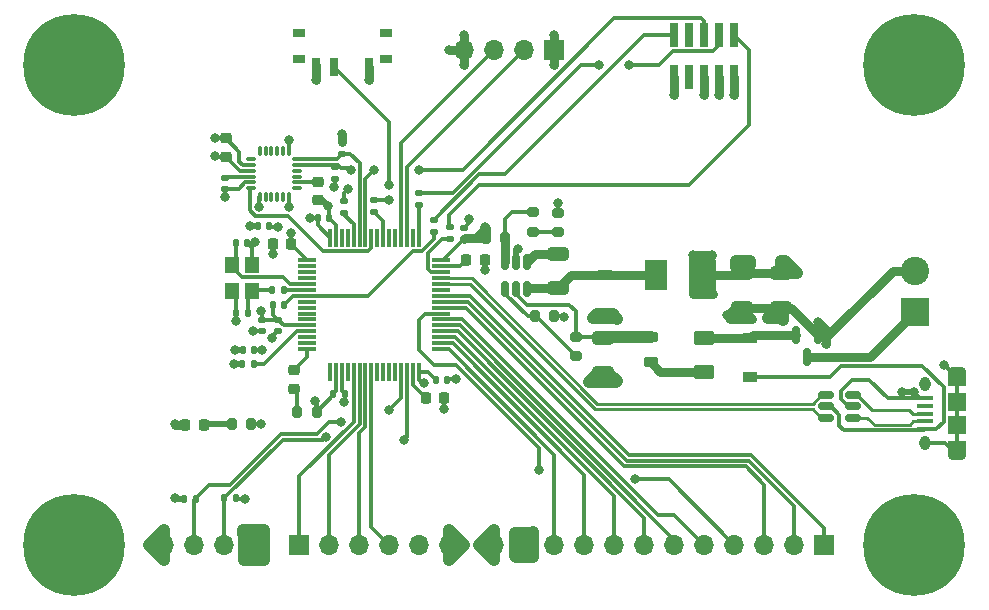
<source format=gbr>
%TF.GenerationSoftware,KiCad,Pcbnew,(6.0.6)*%
%TF.CreationDate,2023-08-27T23:28:48-04:00*%
%TF.ProjectId,STM32,53544d33-322e-46b6-9963-61645f706362,rev?*%
%TF.SameCoordinates,Original*%
%TF.FileFunction,Copper,L1,Top*%
%TF.FilePolarity,Positive*%
%FSLAX46Y46*%
G04 Gerber Fmt 4.6, Leading zero omitted, Abs format (unit mm)*
G04 Created by KiCad (PCBNEW (6.0.6)) date 2023-08-27 23:28:48*
%MOMM*%
%LPD*%
G01*
G04 APERTURE LIST*
G04 Aperture macros list*
%AMRoundRect*
0 Rectangle with rounded corners*
0 $1 Rounding radius*
0 $2 $3 $4 $5 $6 $7 $8 $9 X,Y pos of 4 corners*
0 Add a 4 corners polygon primitive as box body*
4,1,4,$2,$3,$4,$5,$6,$7,$8,$9,$2,$3,0*
0 Add four circle primitives for the rounded corners*
1,1,$1+$1,$2,$3*
1,1,$1+$1,$4,$5*
1,1,$1+$1,$6,$7*
1,1,$1+$1,$8,$9*
0 Add four rect primitives between the rounded corners*
20,1,$1+$1,$2,$3,$4,$5,0*
20,1,$1+$1,$4,$5,$6,$7,0*
20,1,$1+$1,$6,$7,$8,$9,0*
20,1,$1+$1,$8,$9,$2,$3,0*%
G04 Aperture macros list end*
%TA.AperFunction,SMDPad,CuDef*%
%ADD10RoundRect,0.200000X0.275000X-0.200000X0.275000X0.200000X-0.275000X0.200000X-0.275000X-0.200000X0*%
%TD*%
%TA.AperFunction,SMDPad,CuDef*%
%ADD11R,0.750000X2.100000*%
%TD*%
%TA.AperFunction,SMDPad,CuDef*%
%ADD12R,1.900000X2.500000*%
%TD*%
%TA.AperFunction,ComponentPad*%
%ADD13R,1.700000X1.700000*%
%TD*%
%TA.AperFunction,ComponentPad*%
%ADD14O,1.700000X1.700000*%
%TD*%
%TA.AperFunction,SMDPad,CuDef*%
%ADD15R,1.200000X1.400000*%
%TD*%
%TA.AperFunction,SMDPad,CuDef*%
%ADD16RoundRect,0.135000X0.185000X-0.135000X0.185000X0.135000X-0.185000X0.135000X-0.185000X-0.135000X0*%
%TD*%
%TA.AperFunction,SMDPad,CuDef*%
%ADD17RoundRect,0.135000X-0.135000X-0.185000X0.135000X-0.185000X0.135000X0.185000X-0.135000X0.185000X0*%
%TD*%
%TA.AperFunction,SMDPad,CuDef*%
%ADD18RoundRect,0.140000X0.170000X-0.140000X0.170000X0.140000X-0.170000X0.140000X-0.170000X-0.140000X0*%
%TD*%
%TA.AperFunction,SMDPad,CuDef*%
%ADD19R,1.000000X0.800000*%
%TD*%
%TA.AperFunction,SMDPad,CuDef*%
%ADD20R,0.700000X1.500000*%
%TD*%
%TA.AperFunction,SMDPad,CuDef*%
%ADD21RoundRect,0.225000X0.225000X0.250000X-0.225000X0.250000X-0.225000X-0.250000X0.225000X-0.250000X0*%
%TD*%
%TA.AperFunction,ComponentPad*%
%ADD22R,2.400000X2.400000*%
%TD*%
%TA.AperFunction,ComponentPad*%
%ADD23C,2.400000*%
%TD*%
%TA.AperFunction,SMDPad,CuDef*%
%ADD24RoundRect,0.200000X-0.200000X-0.275000X0.200000X-0.275000X0.200000X0.275000X-0.200000X0.275000X0*%
%TD*%
%TA.AperFunction,SMDPad,CuDef*%
%ADD25RoundRect,0.075000X-0.700000X-0.075000X0.700000X-0.075000X0.700000X0.075000X-0.700000X0.075000X0*%
%TD*%
%TA.AperFunction,SMDPad,CuDef*%
%ADD26RoundRect,0.075000X-0.075000X-0.700000X0.075000X-0.700000X0.075000X0.700000X-0.075000X0.700000X0*%
%TD*%
%TA.AperFunction,SMDPad,CuDef*%
%ADD27RoundRect,0.218750X0.256250X-0.218750X0.256250X0.218750X-0.256250X0.218750X-0.256250X-0.218750X0*%
%TD*%
%TA.AperFunction,SMDPad,CuDef*%
%ADD28RoundRect,0.140000X-0.140000X-0.170000X0.140000X-0.170000X0.140000X0.170000X-0.140000X0.170000X0*%
%TD*%
%TA.AperFunction,SMDPad,CuDef*%
%ADD29R,1.200000X0.900000*%
%TD*%
%TA.AperFunction,SMDPad,CuDef*%
%ADD30RoundRect,0.200000X-0.275000X0.200000X-0.275000X-0.200000X0.275000X-0.200000X0.275000X0.200000X0*%
%TD*%
%TA.AperFunction,SMDPad,CuDef*%
%ADD31RoundRect,0.135000X-0.185000X0.135000X-0.185000X-0.135000X0.185000X-0.135000X0.185000X0.135000X0*%
%TD*%
%TA.AperFunction,SMDPad,CuDef*%
%ADD32RoundRect,0.150000X-0.150000X0.512500X-0.150000X-0.512500X0.150000X-0.512500X0.150000X0.512500X0*%
%TD*%
%TA.AperFunction,SMDPad,CuDef*%
%ADD33RoundRect,0.250000X-0.625000X0.375000X-0.625000X-0.375000X0.625000X-0.375000X0.625000X0.375000X0*%
%TD*%
%TA.AperFunction,SMDPad,CuDef*%
%ADD34RoundRect,0.135000X0.135000X0.185000X-0.135000X0.185000X-0.135000X-0.185000X0.135000X-0.185000X0*%
%TD*%
%TA.AperFunction,SMDPad,CuDef*%
%ADD35RoundRect,0.225000X-0.250000X0.225000X-0.250000X-0.225000X0.250000X-0.225000X0.250000X0.225000X0*%
%TD*%
%TA.AperFunction,SMDPad,CuDef*%
%ADD36RoundRect,0.225000X-0.225000X-0.250000X0.225000X-0.250000X0.225000X0.250000X-0.225000X0.250000X0*%
%TD*%
%TA.AperFunction,SMDPad,CuDef*%
%ADD37RoundRect,0.250000X-0.650000X0.325000X-0.650000X-0.325000X0.650000X-0.325000X0.650000X0.325000X0*%
%TD*%
%TA.AperFunction,SMDPad,CuDef*%
%ADD38RoundRect,0.150000X-0.150000X0.587500X-0.150000X-0.587500X0.150000X-0.587500X0.150000X0.587500X0*%
%TD*%
%TA.AperFunction,SMDPad,CuDef*%
%ADD39RoundRect,0.147500X0.147500X0.172500X-0.147500X0.172500X-0.147500X-0.172500X0.147500X-0.172500X0*%
%TD*%
%TA.AperFunction,ComponentPad*%
%ADD40C,0.900000*%
%TD*%
%TA.AperFunction,ComponentPad*%
%ADD41C,8.600000*%
%TD*%
%TA.AperFunction,SMDPad,CuDef*%
%ADD42RoundRect,0.140000X0.140000X0.170000X-0.140000X0.170000X-0.140000X-0.170000X0.140000X-0.170000X0*%
%TD*%
%TA.AperFunction,SMDPad,CuDef*%
%ADD43RoundRect,0.140000X-0.170000X0.140000X-0.170000X-0.140000X0.170000X-0.140000X0.170000X0.140000X0*%
%TD*%
%TA.AperFunction,SMDPad,CuDef*%
%ADD44RoundRect,0.218750X-0.381250X0.218750X-0.381250X-0.218750X0.381250X-0.218750X0.381250X0.218750X0*%
%TD*%
%TA.AperFunction,SMDPad,CuDef*%
%ADD45RoundRect,0.225000X0.250000X-0.225000X0.250000X0.225000X-0.250000X0.225000X-0.250000X-0.225000X0*%
%TD*%
%TA.AperFunction,SMDPad,CuDef*%
%ADD46RoundRect,0.150000X0.512500X0.150000X-0.512500X0.150000X-0.512500X-0.150000X0.512500X-0.150000X0*%
%TD*%
%TA.AperFunction,SMDPad,CuDef*%
%ADD47RoundRect,0.218750X0.218750X0.256250X-0.218750X0.256250X-0.218750X-0.256250X0.218750X-0.256250X0*%
%TD*%
%TA.AperFunction,SMDPad,CuDef*%
%ADD48RoundRect,0.075000X-0.075000X0.350000X-0.075000X-0.350000X0.075000X-0.350000X0.075000X0.350000X0*%
%TD*%
%TA.AperFunction,SMDPad,CuDef*%
%ADD49RoundRect,0.075000X-0.350000X-0.075000X0.350000X-0.075000X0.350000X0.075000X-0.350000X0.075000X0*%
%TD*%
%TA.AperFunction,SMDPad,CuDef*%
%ADD50R,1.350000X0.400000*%
%TD*%
%TA.AperFunction,SMDPad,CuDef*%
%ADD51R,1.550000X1.200000*%
%TD*%
%TA.AperFunction,SMDPad,CuDef*%
%ADD52R,1.550000X1.500000*%
%TD*%
%TA.AperFunction,ComponentPad*%
%ADD53O,0.950000X1.250000*%
%TD*%
%TA.AperFunction,ComponentPad*%
%ADD54O,1.550000X0.890000*%
%TD*%
%TA.AperFunction,ViaPad*%
%ADD55C,0.800000*%
%TD*%
%TA.AperFunction,Conductor*%
%ADD56C,1.000000*%
%TD*%
%TA.AperFunction,Conductor*%
%ADD57C,0.300000*%
%TD*%
%TA.AperFunction,Conductor*%
%ADD58C,0.500000*%
%TD*%
%TA.AperFunction,Conductor*%
%ADD59C,0.750000*%
%TD*%
%TA.AperFunction,Conductor*%
%ADD60C,0.261112*%
%TD*%
G04 APERTURE END LIST*
D10*
%TO.P,R3,1*%
%TO.N,Net-(R2-Pad2)*%
X104452696Y-90402508D03*
%TO.P,R3,2*%
%TO.N,GND*%
X104452696Y-88752508D03*
%TD*%
D11*
%TO.P,J4,1,Pin_1*%
%TO.N,+3.3V*%
X119380000Y-77260000D03*
%TO.P,J4,2,Pin_2*%
%TO.N,Net-(J4-Pad2)*%
X119380000Y-73660000D03*
%TO.P,J4,3,Pin_3*%
%TO.N,GND*%
X118110000Y-77260000D03*
%TO.P,J4,4,Pin_4*%
%TO.N,Net-(J4-Pad4)*%
X118110000Y-73660000D03*
%TO.P,J4,5,Pin_5*%
%TO.N,GND*%
X116840000Y-77260000D03*
%TO.P,J4,6,Pin_6*%
%TO.N,Net-(J4-Pad6)*%
X116840000Y-73660000D03*
%TO.P,J4,7,Pin_7*%
%TO.N,unconnected-(J4-Pad7)*%
X115570000Y-77260000D03*
%TO.P,J4,8,Pin_8*%
%TO.N,unconnected-(J4-Pad8)*%
X115570000Y-73660000D03*
%TO.P,J4,9,Pin_9*%
%TO.N,GND*%
X114300000Y-77260000D03*
%TO.P,J4,10,Pin_10*%
%TO.N,Net-(J4-Pad10)*%
X114300000Y-73660000D03*
%TD*%
D12*
%TO.P,L1,1*%
%TO.N,BUCK_SW*%
X112775503Y-93980000D03*
%TO.P,L1,2*%
%TO.N,+3.3V*%
X116875503Y-93980000D03*
%TD*%
D13*
%TO.P,J6,1,Pin_1*%
%TO.N,GND*%
X104130000Y-74930000D03*
D14*
%TO.P,J6,2,Pin_2*%
%TO.N,UART3_TX*%
X101590000Y-74930000D03*
%TO.P,J6,3,Pin_3*%
%TO.N,UART3_RX*%
X99050000Y-74930000D03*
%TO.P,J6,4,Pin_4*%
%TO.N,+3.3V*%
X96510000Y-74930000D03*
%TD*%
D15*
%TO.P,Crystal1,1,1*%
%TO.N,/HSE_IN*%
X76817265Y-93122981D03*
%TO.P,Crystal1,2,2*%
%TO.N,GND*%
X76817265Y-95322981D03*
%TO.P,Crystal1,3,3*%
%TO.N,Net-(C14-Pad1)*%
X78517265Y-95322981D03*
%TO.P,Crystal1,4,4*%
%TO.N,GND*%
X78517265Y-93122981D03*
%TD*%
D16*
%TO.P,R12,1*%
%TO.N,I2C1_SDA*%
X86131664Y-83775939D03*
%TO.P,R12,2*%
%TO.N,+3.3V*%
X86131664Y-82755939D03*
%TD*%
D17*
%TO.P,R16,1*%
%TO.N,Net-(C14-Pad1)*%
X80234611Y-95309226D03*
%TO.P,R16,2*%
%TO.N,/HSE_OUT*%
X81254611Y-95309226D03*
%TD*%
D18*
%TO.P,C17,1*%
%TO.N,+3.3V*%
X96520000Y-90949667D03*
%TO.P,C17,2*%
%TO.N,GND*%
X96520000Y-89989667D03*
%TD*%
D19*
%TO.P,SW1,*%
%TO.N,*%
X82561308Y-75710000D03*
X89861308Y-75710000D03*
X82561308Y-73500000D03*
X89861308Y-73500000D03*
D20*
%TO.P,SW1,1,A*%
%TO.N,GND*%
X88461308Y-76360000D03*
%TO.P,SW1,2,B*%
%TO.N,/SW_BOOT*%
X85461308Y-76360000D03*
%TO.P,SW1,3,C*%
%TO.N,+3.3V*%
X83961308Y-76360000D03*
%TD*%
D21*
%TO.P,C9,1*%
%TO.N,+3.3V*%
X81834265Y-91382353D03*
%TO.P,C9,2*%
%TO.N,GND*%
X80284265Y-91382353D03*
%TD*%
D22*
%TO.P,J1,1,Pin_1*%
%TO.N,+12V*%
X134648944Y-97166594D03*
D23*
%TO.P,J1,2,Pin_2*%
%TO.N,GND*%
X134648944Y-93666594D03*
%TD*%
D24*
%TO.P,R11,1*%
%TO.N,Net-(D3-Pad1)*%
X82359797Y-105596222D03*
%TO.P,R11,2*%
%TO.N,GND*%
X84009797Y-105596222D03*
%TD*%
D25*
%TO.P,U4,1,VBAT*%
%TO.N,+3.3V*%
X83225000Y-92770000D03*
%TO.P,U4,2,PC13*%
%TO.N,unconnected-(U4-Pad2)*%
X83225000Y-93270000D03*
%TO.P,U4,3,PC14*%
%TO.N,unconnected-(U4-Pad3)*%
X83225000Y-93770000D03*
%TO.P,U4,4,PC15*%
%TO.N,unconnected-(U4-Pad4)*%
X83225000Y-94270000D03*
%TO.P,U4,5,PH0*%
%TO.N,/HSE_IN*%
X83225000Y-94770000D03*
%TO.P,U4,6,PH1*%
%TO.N,/HSE_OUT*%
X83225000Y-95270000D03*
%TO.P,U4,7,NRST*%
%TO.N,NRST*%
X83225000Y-95770000D03*
%TO.P,U4,8,PC0*%
%TO.N,unconnected-(U4-Pad8)*%
X83225000Y-96270000D03*
%TO.P,U4,9,PC1*%
%TO.N,unconnected-(U4-Pad9)*%
X83225000Y-96770000D03*
%TO.P,U4,10,PC2*%
%TO.N,unconnected-(U4-Pad10)*%
X83225000Y-97270000D03*
%TO.P,U4,11,PC3*%
%TO.N,unconnected-(U4-Pad11)*%
X83225000Y-97770000D03*
%TO.P,U4,12,VSSA*%
%TO.N,GND*%
X83225000Y-98270000D03*
%TO.P,U4,13,VDDA*%
%TO.N,+3.3VA*%
X83225000Y-98770000D03*
%TO.P,U4,14,PA0*%
%TO.N,unconnected-(U4-Pad14)*%
X83225000Y-99270000D03*
%TO.P,U4,15,PA1*%
%TO.N,unconnected-(U4-Pad15)*%
X83225000Y-99770000D03*
%TO.P,U4,16,PA2*%
%TO.N,LED_STATUS*%
X83225000Y-100270000D03*
D26*
%TO.P,U4,17,PA3*%
%TO.N,unconnected-(U4-Pad17)*%
X85150000Y-102195000D03*
%TO.P,U4,18,VSS*%
%TO.N,GND*%
X85650000Y-102195000D03*
%TO.P,U4,19,VDD*%
%TO.N,+3.3V*%
X86150000Y-102195000D03*
%TO.P,U4,20,PA4*%
%TO.N,unconnected-(U4-Pad20)*%
X86650000Y-102195000D03*
%TO.P,U4,21,PA5*%
%TO.N,GPIO_AN1*%
X87150000Y-102195000D03*
%TO.P,U4,22,PA6*%
%TO.N,GPIO_AN2*%
X87650000Y-102195000D03*
%TO.P,U4,23,PA7*%
%TO.N,GPIO_AN3*%
X88150000Y-102195000D03*
%TO.P,U4,24,PC4*%
%TO.N,GPIO_AN4*%
X88650000Y-102195000D03*
%TO.P,U4,25,PC5*%
%TO.N,unconnected-(U4-Pad25)*%
X89150000Y-102195000D03*
%TO.P,U4,26,PB0*%
%TO.N,unconnected-(U4-Pad26)*%
X89650000Y-102195000D03*
%TO.P,U4,27,PB1*%
%TO.N,unconnected-(U4-Pad27)*%
X90150000Y-102195000D03*
%TO.P,U4,28,PB2*%
%TO.N,unconnected-(U4-Pad28)*%
X90650000Y-102195000D03*
%TO.P,U4,29,PB10*%
%TO.N,I2C2_SCL*%
X91150000Y-102195000D03*
%TO.P,U4,30,PB11*%
%TO.N,I2C2_SDA*%
X91650000Y-102195000D03*
%TO.P,U4,31,VCAP_1*%
%TO.N,Net-(C13-Pad1)*%
X92150000Y-102195000D03*
%TO.P,U4,32,VDD*%
%TO.N,+3.3V*%
X92650000Y-102195000D03*
D25*
%TO.P,U4,33,PB12*%
%TO.N,GPIO_OUT5*%
X94575000Y-100270000D03*
%TO.P,U4,34,PB13*%
%TO.N,GPIO_OUT4*%
X94575000Y-99770000D03*
%TO.P,U4,35,PB14*%
%TO.N,GPIO_OUT3*%
X94575000Y-99270000D03*
%TO.P,U4,36,PB15*%
%TO.N,GPIO_OUT2*%
X94575000Y-98770000D03*
%TO.P,U4,37,PC6*%
%TO.N,GPIO_OUT1*%
X94575000Y-98270000D03*
%TO.P,U4,38,PC7*%
%TO.N,GPIO_IN5*%
X94575000Y-97770000D03*
%TO.P,U4,39,PC8*%
%TO.N,GPIO_IN4*%
X94575000Y-97270000D03*
%TO.P,U4,40,PC9*%
%TO.N,GPIO_IN3*%
X94575000Y-96770000D03*
%TO.P,U4,41,PA8*%
%TO.N,GPIO_IN2*%
X94575000Y-96270000D03*
%TO.P,U4,42,PA9*%
%TO.N,GPIO_IN1*%
X94575000Y-95770000D03*
%TO.P,U4,43,PA10*%
%TO.N,unconnected-(U4-Pad43)*%
X94575000Y-95270000D03*
%TO.P,U4,44,PA11*%
%TO.N,USB_D-*%
X94575000Y-94770000D03*
%TO.P,U4,45,PA12*%
%TO.N,USB_D+*%
X94575000Y-94270000D03*
%TO.P,U4,46,PA13*%
%TO.N,SWDIO*%
X94575000Y-93770000D03*
%TO.P,U4,47,VCAP_2*%
%TO.N,Net-(C16-Pad1)*%
X94575000Y-93270000D03*
%TO.P,U4,48,VDD*%
%TO.N,+3.3V*%
X94575000Y-92770000D03*
D26*
%TO.P,U4,49,PA14*%
%TO.N,SWCLK*%
X92650000Y-90845000D03*
%TO.P,U4,50,PA15*%
%TO.N,unconnected-(U4-Pad50)*%
X92150000Y-90845000D03*
%TO.P,U4,51,PC10*%
%TO.N,UART3_TX*%
X91650000Y-90845000D03*
%TO.P,U4,52,PC11*%
%TO.N,UART3_RX*%
X91150000Y-90845000D03*
%TO.P,U4,53,PC12*%
%TO.N,unconnected-(U4-Pad53)*%
X90650000Y-90845000D03*
%TO.P,U4,54,PD2*%
%TO.N,unconnected-(U4-Pad54)*%
X90150000Y-90845000D03*
%TO.P,U4,55,PB3*%
%TO.N,SWO*%
X89650000Y-90845000D03*
%TO.P,U4,56,PB4*%
%TO.N,unconnected-(U4-Pad56)*%
X89150000Y-90845000D03*
%TO.P,U4,57,PB5*%
%TO.N,IMU_IINT*%
X88650000Y-90845000D03*
%TO.P,U4,58,PB6*%
%TO.N,I2C1_SCL*%
X88150000Y-90845000D03*
%TO.P,U4,59,PB7*%
%TO.N,I2C1_SDA*%
X87650000Y-90845000D03*
%TO.P,U4,60,BOOT0*%
%TO.N,/BOOT0*%
X87150000Y-90845000D03*
%TO.P,U4,61,PB8*%
%TO.N,unconnected-(U4-Pad61)*%
X86650000Y-90845000D03*
%TO.P,U4,62,PB9*%
%TO.N,unconnected-(U4-Pad62)*%
X86150000Y-90845000D03*
%TO.P,U4,63,VSS*%
%TO.N,GND*%
X85650000Y-90845000D03*
%TO.P,U4,64,VDD*%
%TO.N,+3.3V*%
X85150000Y-90845000D03*
%TD*%
D24*
%TO.P,R17,1*%
%TO.N,Net-(D4-Pad1)*%
X76845000Y-106640000D03*
%TO.P,R17,2*%
%TO.N,GND*%
X78495000Y-106640000D03*
%TD*%
D27*
%TO.P,D3,1,K*%
%TO.N,Net-(D3-Pad1)*%
X82117703Y-103645784D03*
%TO.P,D3,2,A*%
%TO.N,LED_STATUS*%
X82117703Y-102070784D03*
%TD*%
D28*
%TO.P,C15,1*%
%TO.N,+3.3V*%
X94102693Y-102869102D03*
%TO.P,C15,2*%
%TO.N,GND*%
X95062693Y-102869102D03*
%TD*%
D29*
%TO.P,D1,1,K*%
%TO.N,Net-(D1-Pad1)*%
X120727845Y-99343495D03*
%TO.P,D1,2,A*%
%TO.N,+5V*%
X120727845Y-102643495D03*
%TD*%
D28*
%TO.P,C11,1*%
%TO.N,+3.3V*%
X84107345Y-89184616D03*
%TO.P,C11,2*%
%TO.N,GND*%
X85067345Y-89184616D03*
%TD*%
D16*
%TO.P,R8,1*%
%TO.N,NRST*%
X93921369Y-90386847D03*
%TO.P,R8,2*%
%TO.N,Net-(J4-Pad10)*%
X93921369Y-89366847D03*
%TD*%
D30*
%TO.P,R4,1*%
%TO.N,BUCK_IN*%
X105938658Y-99232047D03*
%TO.P,R4,2*%
%TO.N,BUCK_EN*%
X105938658Y-100882047D03*
%TD*%
D31*
%TO.P,R10,1*%
%TO.N,/SW_BOOT*%
X86335785Y-87777662D03*
%TO.P,R10,2*%
%TO.N,/BOOT0*%
X86335785Y-88797662D03*
%TD*%
D17*
%TO.P,R15,1*%
%TO.N,I2C2_SDA*%
X76193788Y-112927611D03*
%TO.P,R15,2*%
%TO.N,+3.3V*%
X77213788Y-112927611D03*
%TD*%
D32*
%TO.P,U1,1,BST*%
%TO.N,BUCK_BST*%
X101857123Y-92880993D03*
%TO.P,U1,2,GND*%
%TO.N,GND*%
X100907123Y-92880993D03*
%TO.P,U1,3,FB*%
%TO.N,BUCK_FB*%
X99957123Y-92880993D03*
%TO.P,U1,4,EN*%
%TO.N,BUCK_EN*%
X99957123Y-95155993D03*
%TO.P,U1,5,IN*%
%TO.N,BUCK_IN*%
X100907123Y-95155993D03*
%TO.P,U1,6,SW*%
%TO.N,BUCK_SW*%
X101857123Y-95155993D03*
%TD*%
D33*
%TO.P,F2,1*%
%TO.N,Net-(D1-Pad1)*%
X116840000Y-99378812D03*
%TO.P,F2,2*%
%TO.N,Net-(F2-Pad2)*%
X116840000Y-102178812D03*
%TD*%
D24*
%TO.P,R5,1*%
%TO.N,BUCK_EN*%
X102481799Y-97516390D03*
%TO.P,R5,2*%
%TO.N,GND*%
X104131799Y-97516390D03*
%TD*%
D13*
%TO.P,J5,1,Pin_1*%
%TO.N,GPIO_AN1*%
X82550000Y-116840000D03*
D14*
%TO.P,J5,2,Pin_2*%
%TO.N,GPIO_AN2*%
X85090000Y-116840000D03*
%TO.P,J5,3,Pin_3*%
%TO.N,GPIO_AN3*%
X87630000Y-116840000D03*
%TO.P,J5,4,Pin_4*%
%TO.N,GPIO_AN4*%
X90170000Y-116840000D03*
%TO.P,J5,5,Pin_5*%
%TO.N,GND*%
X92710000Y-116840000D03*
%TO.P,J5,6,Pin_6*%
%TO.N,+3.3V*%
X95250000Y-116840000D03*
%TD*%
D34*
%TO.P,R14,1*%
%TO.N,I2C2_SCL*%
X73762970Y-112936297D03*
%TO.P,R14,2*%
%TO.N,+3.3V*%
X72742970Y-112936297D03*
%TD*%
D35*
%TO.P,C8,1*%
%TO.N,Net-(C8-Pad1)*%
X84121833Y-86139150D03*
%TO.P,C8,2*%
%TO.N,GND*%
X84121833Y-87689150D03*
%TD*%
D36*
%TO.P,C13,1*%
%TO.N,Net-(C13-Pad1)*%
X93265551Y-104454008D03*
%TO.P,C13,2*%
%TO.N,GND*%
X94815551Y-104454008D03*
%TD*%
D28*
%TO.P,C10,1*%
%TO.N,/HSE_IN*%
X77172530Y-91262492D03*
%TO.P,C10,2*%
%TO.N,GND*%
X78132530Y-91262492D03*
%TD*%
D37*
%TO.P,C1,1*%
%TO.N,BUCK_IN*%
X108249667Y-99330230D03*
%TO.P,C1,2*%
%TO.N,GND*%
X108249667Y-102280230D03*
%TD*%
D16*
%TO.P,R6,1*%
%TO.N,SWCLK*%
X92710000Y-88081041D03*
%TO.P,R6,2*%
%TO.N,Net-(J4-Pad4)*%
X92710000Y-87061041D03*
%TD*%
D38*
%TO.P,Q1,1,G*%
%TO.N,GND*%
X126462206Y-99117255D03*
%TO.P,Q1,2,S*%
%TO.N,Net-(D1-Pad1)*%
X124562206Y-99117255D03*
%TO.P,Q1,3,D*%
%TO.N,+12V*%
X125512206Y-100992255D03*
%TD*%
D13*
%TO.P,J2,1,Pin_1*%
%TO.N,GPIO_IN1*%
X127000000Y-116840000D03*
D14*
%TO.P,J2,2,Pin_2*%
%TO.N,GPIO_IN2*%
X124460000Y-116840000D03*
%TO.P,J2,3,Pin_3*%
%TO.N,GPIO_IN3*%
X121920000Y-116840000D03*
%TO.P,J2,4,Pin_4*%
%TO.N,GPIO_IN4*%
X119380000Y-116840000D03*
%TO.P,J2,5,Pin_5*%
%TO.N,GPIO_IN5*%
X116840000Y-116840000D03*
%TO.P,J2,6,Pin_6*%
%TO.N,GPIO_OUT1*%
X114300000Y-116840000D03*
%TO.P,J2,7,Pin_7*%
%TO.N,GPIO_OUT2*%
X111760000Y-116840000D03*
%TO.P,J2,8,Pin_8*%
%TO.N,GPIO_OUT3*%
X109220000Y-116840000D03*
%TO.P,J2,9,Pin_9*%
%TO.N,GPIO_OUT4*%
X106680000Y-116840000D03*
%TO.P,J2,10,Pin_10*%
%TO.N,GPIO_OUT5*%
X104140000Y-116840000D03*
%TO.P,J2,11,Pin_11*%
%TO.N,GND*%
X101600000Y-116840000D03*
%TO.P,J2,12,Pin_12*%
%TO.N,+3.3V*%
X99060000Y-116840000D03*
%TD*%
D39*
%TO.P,L2,1*%
%TO.N,+3.3VA*%
X78699123Y-101571865D03*
%TO.P,L2,2*%
%TO.N,+3.3V*%
X77729123Y-101571865D03*
%TD*%
D30*
%TO.P,R2,1*%
%TO.N,BUCK_FB*%
X102359369Y-88709078D03*
%TO.P,R2,2*%
%TO.N,Net-(R2-Pad2)*%
X102359369Y-90359078D03*
%TD*%
D40*
%TO.P,H2,1,1*%
%TO.N,GND*%
X65780419Y-78480419D03*
X61219581Y-73919581D03*
X66725000Y-76200000D03*
X63500000Y-72975000D03*
X65780419Y-73919581D03*
X61219581Y-78480419D03*
D41*
X63500000Y-76200000D03*
D40*
X60275000Y-76200000D03*
X63500000Y-79425000D03*
%TD*%
D18*
%TO.P,C19,1*%
%TO.N,+3.3V*%
X80700537Y-98745230D03*
%TO.P,C19,2*%
%TO.N,GND*%
X80700537Y-97785230D03*
%TD*%
D42*
%TO.P,C21,1*%
%TO.N,NRST*%
X81260023Y-96526186D03*
%TO.P,C21,2*%
%TO.N,GND*%
X80300023Y-96526186D03*
%TD*%
D43*
%TO.P,C7,1*%
%TO.N,Net-(C7-Pad1)*%
X76241586Y-85765238D03*
%TO.P,C7,2*%
%TO.N,GND*%
X76241586Y-86725238D03*
%TD*%
D44*
%TO.P,FB1,1*%
%TO.N,BUCK_IN*%
X112285503Y-99267500D03*
%TO.P,FB1,2*%
%TO.N,Net-(F2-Pad2)*%
X112285503Y-101392500D03*
%TD*%
D41*
%TO.P,H4,1,1*%
%TO.N,GND*%
X134620000Y-116840000D03*
D40*
X136900419Y-114559581D03*
X136900419Y-119120419D03*
X134620000Y-113615000D03*
X132339581Y-119120419D03*
X131395000Y-116840000D03*
X132339581Y-114559581D03*
X134620000Y-120065000D03*
X137845000Y-116840000D03*
%TD*%
D31*
%TO.P,R13,1*%
%TO.N,I2C1_SCL*%
X85526143Y-84872849D03*
%TO.P,R13,2*%
%TO.N,+3.3V*%
X85526143Y-85892849D03*
%TD*%
D45*
%TO.P,C5,1*%
%TO.N,GND*%
X76337132Y-83982082D03*
%TO.P,C5,2*%
%TO.N,+3.3V*%
X76337132Y-82432082D03*
%TD*%
D16*
%TO.P,R9,1*%
%TO.N,SWDIO*%
X95269215Y-90927551D03*
%TO.P,R9,2*%
%TO.N,Net-(J4-Pad2)*%
X95269215Y-89907551D03*
%TD*%
D40*
%TO.P,H1,1,1*%
%TO.N,GND*%
X61219581Y-119120419D03*
X63500000Y-120065000D03*
X61219581Y-114559581D03*
X65780419Y-114559581D03*
D41*
X63500000Y-116840000D03*
D40*
X63500000Y-113615000D03*
X60275000Y-116840000D03*
X65780419Y-119120419D03*
X66725000Y-116840000D03*
%TD*%
D46*
%TO.P,U2,1,I/O1*%
%TO.N,USB_CONN_D-*%
X129407500Y-106076291D03*
%TO.P,U2,2,GND*%
%TO.N,GND*%
X129407500Y-105126291D03*
%TO.P,U2,3,I/O2*%
%TO.N,USB_CONN_D+*%
X129407500Y-104176291D03*
%TO.P,U2,4,I/O2*%
%TO.N,USB_D+*%
X127132500Y-104176291D03*
%TO.P,U2,5,VBUS*%
%TO.N,+5V*%
X127132500Y-105126291D03*
%TO.P,U2,6,I/O1*%
%TO.N,USB_D-*%
X127132500Y-106076291D03*
%TD*%
D16*
%TO.P,R7,1*%
%TO.N,SWO*%
X88900000Y-88682400D03*
%TO.P,R7,2*%
%TO.N,Net-(J4-Pad6)*%
X88900000Y-87662400D03*
%TD*%
D18*
%TO.P,C20,1*%
%TO.N,+3.3V*%
X79349232Y-98744453D03*
%TO.P,C20,2*%
%TO.N,GND*%
X79349232Y-97784453D03*
%TD*%
D37*
%TO.P,C2,1*%
%TO.N,+3.3V*%
X120008151Y-93813219D03*
%TO.P,C2,2*%
%TO.N,GND*%
X120008151Y-96763219D03*
%TD*%
D42*
%TO.P,C14,1*%
%TO.N,Net-(C14-Pad1)*%
X78171837Y-97197715D03*
%TO.P,C14,2*%
%TO.N,GND*%
X77211837Y-97197715D03*
%TD*%
D47*
%TO.P,D4,1,K*%
%TO.N,Net-(D4-Pad1)*%
X74447500Y-106680000D03*
%TO.P,D4,2,A*%
%TO.N,+3.3V*%
X72872500Y-106680000D03*
%TD*%
D13*
%TO.P,J7,1,Pin_1*%
%TO.N,GND*%
X78740000Y-116840000D03*
D14*
%TO.P,J7,2,Pin_2*%
%TO.N,I2C2_SDA*%
X76200000Y-116840000D03*
%TO.P,J7,3,Pin_3*%
%TO.N,I2C2_SCL*%
X73660000Y-116840000D03*
%TO.P,J7,4,Pin_4*%
%TO.N,+3.3V*%
X71120000Y-116840000D03*
%TD*%
D36*
%TO.P,C16,1*%
%TO.N,Net-(C16-Pad1)*%
X96682122Y-92710000D03*
%TO.P,C16,2*%
%TO.N,GND*%
X98232122Y-92710000D03*
%TD*%
D37*
%TO.P,C3,1*%
%TO.N,BUCK_BST*%
X104421734Y-92197603D03*
%TO.P,C3,2*%
%TO.N,BUCK_SW*%
X104421734Y-95147603D03*
%TD*%
D48*
%TO.P,U3,1,CLKIN*%
%TO.N,GND*%
X81687447Y-83475068D03*
%TO.P,U3,2,NC*%
%TO.N,unconnected-(U3-Pad2)*%
X81187447Y-83475068D03*
%TO.P,U3,3,NC*%
%TO.N,unconnected-(U3-Pad3)*%
X80687447Y-83475068D03*
%TO.P,U3,4,NC*%
%TO.N,unconnected-(U3-Pad4)*%
X80187447Y-83475068D03*
%TO.P,U3,5,NC*%
%TO.N,unconnected-(U3-Pad5)*%
X79687447Y-83475068D03*
%TO.P,U3,6,AUX_SDA*%
%TO.N,unconnected-(U3-Pad6)*%
X79187447Y-83475068D03*
D49*
%TO.P,U3,7,AUX_SCL*%
%TO.N,unconnected-(U3-Pad7)*%
X78487447Y-84175068D03*
%TO.P,U3,8,VDDIO*%
%TO.N,+3.3V*%
X78487447Y-84675068D03*
%TO.P,U3,9,AD0*%
%TO.N,GND*%
X78487447Y-85175068D03*
%TO.P,U3,10,REGOUT*%
%TO.N,Net-(C7-Pad1)*%
X78487447Y-85675068D03*
%TO.P,U3,11,FSYNC*%
%TO.N,GND*%
X78487447Y-86175068D03*
%TO.P,U3,12,INT*%
%TO.N,IMU_IINT*%
X78487447Y-86675068D03*
D48*
%TO.P,U3,13,VDD*%
%TO.N,+3.3V*%
X79187447Y-87375068D03*
%TO.P,U3,14,NC*%
%TO.N,unconnected-(U3-Pad14)*%
X79687447Y-87375068D03*
%TO.P,U3,15,NC*%
%TO.N,unconnected-(U3-Pad15)*%
X80187447Y-87375068D03*
%TO.P,U3,16,NC*%
%TO.N,unconnected-(U3-Pad16)*%
X80687447Y-87375068D03*
%TO.P,U3,17,NC*%
%TO.N,unconnected-(U3-Pad17)*%
X81187447Y-87375068D03*
%TO.P,U3,18,GND*%
%TO.N,GND*%
X81687447Y-87375068D03*
D49*
%TO.P,U3,19,NC*%
%TO.N,unconnected-(U3-Pad19)*%
X82387447Y-86675068D03*
%TO.P,U3,20,CPOUT*%
%TO.N,Net-(C8-Pad1)*%
X82387447Y-86175068D03*
%TO.P,U3,21,NC*%
%TO.N,unconnected-(U3-Pad21)*%
X82387447Y-85675068D03*
%TO.P,U3,22,NC*%
%TO.N,unconnected-(U3-Pad22)*%
X82387447Y-85175068D03*
%TO.P,U3,23,SCL*%
%TO.N,I2C1_SCL*%
X82387447Y-84675068D03*
%TO.P,U3,24,SDA*%
%TO.N,I2C1_SDA*%
X82387447Y-84175068D03*
%TD*%
D40*
%TO.P,H3,1,1*%
%TO.N,GND*%
X131395000Y-76200000D03*
X136900419Y-73919581D03*
X132339581Y-78480419D03*
X132339581Y-73919581D03*
X137845000Y-76200000D03*
X136900419Y-78480419D03*
X134620000Y-79425000D03*
D41*
X134620000Y-76200000D03*
D40*
X134620000Y-72975000D03*
%TD*%
D50*
%TO.P,J3,1,VBUS*%
%TO.N,+5V*%
X135514065Y-107050371D03*
%TO.P,J3,2,D-*%
%TO.N,USB_CONN_D-*%
X135514065Y-106400371D03*
%TO.P,J3,3,D+*%
%TO.N,USB_CONN_D+*%
X135514065Y-105750371D03*
%TO.P,J3,4,ID*%
%TO.N,unconnected-(J3-Pad4)*%
X135514065Y-105100371D03*
%TO.P,J3,5,GND*%
%TO.N,GND*%
X135514065Y-104450371D03*
D51*
%TO.P,J3,6,Shield*%
%TO.N,unconnected-(J3-Pad6)*%
X138214065Y-102850371D03*
D52*
X138214065Y-104750371D03*
D53*
X135514065Y-108250371D03*
D51*
X138214065Y-108650371D03*
D52*
X138214065Y-106750371D03*
D53*
X135514065Y-103250371D03*
D54*
X138214065Y-109250371D03*
X138214065Y-102250371D03*
%TD*%
D37*
%TO.P,C4,1*%
%TO.N,+3.3V*%
X123343676Y-93839429D03*
%TO.P,C4,2*%
%TO.N,GND*%
X123343676Y-96789429D03*
%TD*%
D28*
%TO.P,C18,1*%
%TO.N,+3.3V*%
X77755465Y-100330000D03*
%TO.P,C18,2*%
%TO.N,GND*%
X78715465Y-100330000D03*
%TD*%
D29*
%TO.P,D2,1,K*%
%TO.N,BUCK_SW*%
X108438259Y-94010085D03*
%TO.P,D2,2,A*%
%TO.N,GND*%
X108438259Y-97310085D03*
%TD*%
D42*
%TO.P,C12,1*%
%TO.N,+3.3V*%
X86385796Y-104052653D03*
%TO.P,C12,2*%
%TO.N,GND*%
X85425796Y-104052653D03*
%TD*%
D24*
%TO.P,R1,1*%
%TO.N,+3.3V*%
X98339888Y-90873566D03*
%TO.P,R1,2*%
%TO.N,BUCK_FB*%
X99989888Y-90873566D03*
%TD*%
D42*
%TO.P,C6,1*%
%TO.N,+3.3V*%
X80010000Y-89897047D03*
%TO.P,C6,2*%
%TO.N,GND*%
X79050000Y-89897047D03*
%TD*%
D55*
%TO.N,GND*%
X80348754Y-92239112D03*
X102348839Y-117901535D03*
X102322781Y-115803865D03*
X107073591Y-103055301D03*
X79567013Y-118125528D03*
X123538752Y-97790000D03*
X96896528Y-89297056D03*
X122235851Y-97607593D03*
X78820548Y-91252063D03*
X76224214Y-87426535D03*
X118761450Y-97433873D03*
X77812441Y-115623959D03*
X100772330Y-115869010D03*
X94822551Y-105346414D03*
X104974512Y-97529419D03*
X134561236Y-103897029D03*
X84939935Y-88180234D03*
X127119229Y-99880171D03*
X109474393Y-97705639D03*
X83875271Y-104664315D03*
X100850504Y-117862448D03*
X95773668Y-102831816D03*
X79575699Y-115597901D03*
X77200733Y-97928976D03*
X116840000Y-78740000D03*
X126454750Y-97964907D03*
X109424603Y-103016696D03*
X77881929Y-118099470D03*
X79272741Y-106622093D03*
X98262234Y-93597588D03*
X81682451Y-82589482D03*
X81708509Y-88236090D03*
X78377031Y-89885205D03*
X107415810Y-97627465D03*
X101087219Y-91780596D03*
X79428037Y-100321313D03*
X104140000Y-76200000D03*
X118110000Y-78740000D03*
X75442474Y-83926075D03*
X88450499Y-77470000D03*
X120865306Y-97710841D03*
X114300000Y-78740000D03*
X104461382Y-87909795D03*
X79328804Y-97043003D03*
X104140000Y-73660000D03*
X133612423Y-103889070D03*
%TO.N,+3.3V*%
X99060000Y-118110000D03*
X72023875Y-106653941D03*
X96520000Y-76200000D03*
X69850000Y-116840000D03*
X115908754Y-92350718D03*
X97790000Y-116840000D03*
X71120000Y-118110000D03*
X123352534Y-92859505D03*
X80244522Y-99365853D03*
X96520000Y-116840000D03*
X77062809Y-100332661D03*
X115921783Y-95607969D03*
X124642406Y-93849709D03*
X99060000Y-115570000D03*
X119530817Y-92832791D03*
X77045437Y-101571865D03*
X86132320Y-82073582D03*
X96520000Y-73660000D03*
X81814585Y-90482696D03*
X98303661Y-89974564D03*
X93132073Y-103172175D03*
X95250000Y-74930000D03*
X83414735Y-89193302D03*
X117511321Y-92311631D03*
X77906230Y-112941209D03*
X75442474Y-82414710D03*
X78620239Y-98749147D03*
X86371581Y-104780747D03*
X79122184Y-88216701D03*
X72056776Y-112875495D03*
X117602524Y-95634027D03*
X120690399Y-92832791D03*
X95250000Y-118110000D03*
X95250000Y-115570000D03*
X83949238Y-77470000D03*
X85506928Y-86591626D03*
X97521921Y-90886595D03*
X80708567Y-89938373D03*
X119380000Y-78740000D03*
X71120000Y-115570000D03*
%TO.N,GPIO_IN4*%
X102870000Y-110490000D03*
X110947871Y-111302129D03*
%TO.N,unconnected-(J3-Pad6)*%
X135514065Y-103250371D03*
X137160000Y-101600000D03*
%TO.N,Net-(J4-Pad4)*%
X107950000Y-76200000D03*
X110490000Y-76200000D03*
%TO.N,Net-(J4-Pad6)*%
X90170000Y-87630000D03*
X92710000Y-85090000D03*
%TO.N,I2C1_SCL*%
X88900000Y-85090000D03*
X86900500Y-85108825D03*
%TO.N,/SW_BOOT*%
X86648639Y-86737181D03*
X90170000Y-86360000D03*
%TO.N,I2C2_SCL*%
X86111470Y-106431470D03*
X90170000Y-105410000D03*
%TO.N,I2C2_SDA*%
X84841470Y-107701470D03*
X91440000Y-107950000D03*
%TD*%
D56*
%TO.N,BUCK_IN*%
X108312397Y-99267500D02*
X108249667Y-99330230D01*
X112285503Y-99267500D02*
X108312397Y-99267500D01*
D57*
X105938658Y-97048658D02*
X105410000Y-96520000D01*
X105938658Y-99232047D02*
X108151484Y-99232047D01*
X105410000Y-96520000D02*
X101851523Y-96520000D01*
X105938658Y-99232047D02*
X105938658Y-97048658D01*
X100907123Y-95575600D02*
X100907123Y-95155993D01*
X101851523Y-96520000D02*
X100907123Y-95575600D01*
X108151484Y-99232047D02*
X108249667Y-99330230D01*
D58*
%TO.N,GND*%
X100907123Y-92880993D02*
X100907123Y-91960692D01*
D59*
X104140000Y-74920000D02*
X104130000Y-74930000D01*
X124134380Y-96789429D02*
X126462206Y-99117255D01*
D56*
X77881929Y-118099470D02*
X77881929Y-117698071D01*
X107098205Y-103055301D02*
X107085898Y-103042994D01*
X122235851Y-97607593D02*
X123356345Y-97607593D01*
X102322781Y-117875477D02*
X102348839Y-117901535D01*
D57*
X104461382Y-88743822D02*
X104452696Y-88752508D01*
D56*
X108249667Y-102280230D02*
X107848662Y-102280230D01*
D57*
X85650000Y-89767271D02*
X85067345Y-89184616D01*
D56*
X77881929Y-118099470D02*
X77881929Y-115981929D01*
D59*
X126462206Y-99117255D02*
X126462206Y-97972363D01*
D57*
X85425796Y-104180223D02*
X84009797Y-105596222D01*
X85650000Y-102195000D02*
X85650000Y-103828449D01*
D59*
X120008151Y-96763219D02*
X119432104Y-96763219D01*
D56*
X108438259Y-97310085D02*
X109078839Y-97310085D01*
D57*
X78517265Y-93122981D02*
X78517265Y-91647227D01*
X134561236Y-103897029D02*
X135114578Y-104450371D01*
X85650000Y-103828449D02*
X85425796Y-104052653D01*
D56*
X77907987Y-118125528D02*
X77881929Y-118099470D01*
X79567013Y-118125528D02*
X79567013Y-117667013D01*
D59*
X127337476Y-99117255D02*
X126462206Y-99117255D01*
D56*
X108438259Y-97310085D02*
X107733190Y-97310085D01*
X107733190Y-97310085D02*
X107415810Y-97627465D01*
D58*
X78388873Y-89897047D02*
X78377031Y-89885205D01*
D57*
X81687447Y-87375068D02*
X81687447Y-88215028D01*
D56*
X102322781Y-116117219D02*
X101600000Y-116840000D01*
D57*
X78810119Y-91262492D02*
X78820548Y-91252063D01*
D59*
X120865306Y-97710841D02*
X119038418Y-97710841D01*
X134648944Y-93666594D02*
X132788137Y-93666594D01*
X127119229Y-99880171D02*
X127119229Y-98629386D01*
D57*
X130810000Y-102870000D02*
X129344184Y-102870000D01*
D58*
X98262234Y-93597588D02*
X98262234Y-92740112D01*
X80348754Y-91446842D02*
X80284265Y-91382353D01*
D56*
X100772330Y-116012330D02*
X101600000Y-116840000D01*
X79549641Y-115623959D02*
X79575699Y-115597901D01*
X100850504Y-117589496D02*
X101600000Y-116840000D01*
D59*
X104140000Y-73660000D02*
X104140000Y-74920000D01*
D56*
X100850504Y-117862448D02*
X100850504Y-117589496D01*
D57*
X80300023Y-97384716D02*
X80700537Y-97785230D01*
D56*
X122525512Y-97607593D02*
X123343676Y-96789429D01*
D57*
X78724152Y-100321313D02*
X78715465Y-100330000D01*
X85067345Y-88307644D02*
X85067345Y-89184616D01*
D56*
X102322781Y-115803865D02*
X102322781Y-117875477D01*
X79567013Y-117667013D02*
X78740000Y-116840000D01*
X77881929Y-117698071D02*
X78740000Y-116840000D01*
X102348839Y-117901535D02*
X102348839Y-117588839D01*
X79575699Y-116004301D02*
X78740000Y-116840000D01*
D59*
X120008151Y-96763219D02*
X120008151Y-96853686D01*
X120034361Y-96789429D02*
X120008151Y-96763219D01*
D57*
X84448851Y-87689150D02*
X84121833Y-87689150D01*
D56*
X123538752Y-96984505D02*
X123343676Y-96789429D01*
D57*
X77961406Y-86175068D02*
X77411236Y-86725238D01*
D56*
X108688137Y-102280230D02*
X109424603Y-103016696D01*
D57*
X135514065Y-104450371D02*
X132390371Y-104450371D01*
D56*
X109424603Y-103016696D02*
X109385998Y-103055301D01*
X77812441Y-115912441D02*
X78740000Y-116840000D01*
D57*
X84009797Y-105596222D02*
X84009797Y-104798841D01*
D56*
X102309752Y-117862448D02*
X102348839Y-117901535D01*
D57*
X79349232Y-97063431D02*
X79328804Y-97043003D01*
D56*
X109078839Y-97310085D02*
X109474393Y-97705639D01*
D57*
X78487447Y-86175068D02*
X77961406Y-86175068D01*
X84009797Y-104798841D02*
X83875271Y-104664315D01*
D59*
X116840000Y-77260000D02*
X116840000Y-78740000D01*
D58*
X79050000Y-89897047D02*
X78388873Y-89897047D01*
D57*
X79428037Y-100321313D02*
X78724152Y-100321313D01*
D56*
X79567013Y-118125528D02*
X77907987Y-118125528D01*
D57*
X79349232Y-97784453D02*
X79349232Y-97063431D01*
X76224214Y-87426535D02*
X76224214Y-86742610D01*
X95099979Y-102831816D02*
X95062693Y-102869102D01*
D56*
X122235851Y-97607593D02*
X122525512Y-97607593D01*
D57*
X80743502Y-97785230D02*
X80700537Y-97785230D01*
D56*
X100850504Y-117862448D02*
X102309752Y-117862448D01*
X100772330Y-115869010D02*
X100772330Y-116012330D01*
D57*
X80700537Y-97785230D02*
X79350009Y-97785230D01*
X95773668Y-102831816D02*
X95099979Y-102831816D01*
D56*
X79575699Y-117658327D02*
X79567013Y-117667013D01*
X109396219Y-97627465D02*
X109474393Y-97705639D01*
D58*
X84939935Y-88180234D02*
X84448851Y-87689150D01*
D57*
X77411236Y-86725238D02*
X76241586Y-86725238D01*
X76337132Y-83982082D02*
X75498481Y-83982082D01*
X77530118Y-85175068D02*
X76337132Y-83982082D01*
D59*
X120008151Y-96853686D02*
X120865306Y-97710841D01*
D57*
X81687447Y-82594478D02*
X81682451Y-82589482D01*
D56*
X123356345Y-97607593D02*
X123538752Y-97790000D01*
X107848662Y-102280230D02*
X107085898Y-103042994D01*
D59*
X104130000Y-74930000D02*
X104130000Y-76190000D01*
D56*
X107415810Y-97627465D02*
X109396219Y-97627465D01*
X123538752Y-97790000D02*
X123538752Y-96984505D01*
D57*
X77211837Y-95717553D02*
X76817265Y-95322981D01*
X78487447Y-85175068D02*
X77530118Y-85175068D01*
D56*
X102257636Y-115869010D02*
X102322781Y-115803865D01*
D57*
X75498481Y-83982082D02*
X75442474Y-83926075D01*
D59*
X104130000Y-76190000D02*
X104140000Y-76200000D01*
D57*
X104961483Y-97516390D02*
X104974512Y-97529419D01*
X84189160Y-87756477D02*
X84121833Y-87689150D01*
X85425796Y-104052653D02*
X85425796Y-104180223D01*
D58*
X133612423Y-103889070D02*
X134553277Y-103889070D01*
D57*
X128395000Y-104533398D02*
X128987893Y-105126291D01*
X96896528Y-89613139D02*
X96520000Y-89989667D01*
X77211837Y-97197715D02*
X77211837Y-97917872D01*
X104461382Y-87909795D02*
X104461382Y-88743822D01*
X81687447Y-88215028D02*
X81708509Y-88236090D01*
D56*
X79575699Y-115597901D02*
X79575699Y-116004301D01*
D59*
X118110000Y-77260000D02*
X118110000Y-78740000D01*
D58*
X134553277Y-103889070D02*
X134561236Y-103897029D01*
D56*
X108249667Y-102280230D02*
X108688137Y-102280230D01*
D59*
X123343676Y-96789429D02*
X120034361Y-96789429D01*
X119038418Y-97710841D02*
X118761450Y-97433873D01*
D56*
X77812441Y-115623959D02*
X79549641Y-115623959D01*
D59*
X88450499Y-76370809D02*
X88461308Y-76360000D01*
X119432104Y-96763219D02*
X118761450Y-97433873D01*
D57*
X81228272Y-98270000D02*
X80743502Y-97785230D01*
D56*
X77812441Y-115623959D02*
X77812441Y-115912441D01*
D57*
X132390371Y-104450371D02*
X130810000Y-102870000D01*
X76224214Y-86742610D02*
X76241586Y-86725238D01*
X129344184Y-102870000D02*
X128395000Y-103819184D01*
D56*
X109385998Y-103055301D02*
X107098205Y-103055301D01*
D57*
X81687447Y-83475068D02*
X81687447Y-82594478D01*
X78517265Y-91647227D02*
X78132530Y-91262492D01*
D59*
X132788137Y-93666594D02*
X127337476Y-99117255D01*
D57*
X94822551Y-105346414D02*
X94822551Y-104461008D01*
D59*
X88450499Y-77470000D02*
X88450499Y-76370809D01*
D57*
X85650000Y-90845000D02*
X85650000Y-89767271D01*
X84939935Y-88180234D02*
X85067345Y-88307644D01*
D58*
X80348754Y-92239112D02*
X80348754Y-91446842D01*
D57*
X78512907Y-106622093D02*
X78495000Y-106640000D01*
X83225000Y-98270000D02*
X81228272Y-98270000D01*
D56*
X100772330Y-115869010D02*
X100772330Y-117784274D01*
D57*
X79272741Y-106622093D02*
X78512907Y-106622093D01*
X79350009Y-97785230D02*
X79349232Y-97784453D01*
D59*
X123343676Y-96789429D02*
X124134380Y-96789429D01*
D57*
X128395000Y-103819184D02*
X128395000Y-104533398D01*
D56*
X79575699Y-115597901D02*
X79575699Y-117658327D01*
D57*
X128987893Y-105126291D02*
X129407500Y-105126291D01*
D59*
X126462206Y-97972363D02*
X126454750Y-97964907D01*
D57*
X77211837Y-97197715D02*
X77211837Y-95717553D01*
X104131799Y-97516390D02*
X104961483Y-97516390D01*
D59*
X127119229Y-98629386D02*
X126454750Y-97964907D01*
D56*
X77881929Y-115981929D02*
X77812441Y-115912441D01*
D57*
X77211837Y-97917872D02*
X77200733Y-97928976D01*
X96896528Y-89297056D02*
X96896528Y-89613139D01*
D56*
X102322781Y-115803865D02*
X102322781Y-116117219D01*
D57*
X94822551Y-104461008D02*
X94815551Y-104454008D01*
X80300023Y-96526186D02*
X80300023Y-97384716D01*
D59*
X114300000Y-77260000D02*
X114300000Y-78740000D01*
D56*
X102348839Y-117588839D02*
X101600000Y-116840000D01*
D57*
X78132530Y-91262492D02*
X78810119Y-91262492D01*
X135114578Y-104450371D02*
X135514065Y-104450371D01*
D58*
X100907123Y-91960692D02*
X101087219Y-91780596D01*
X98232122Y-92710000D02*
X98262234Y-92740112D01*
D56*
X100772330Y-117784274D02*
X100850504Y-117862448D01*
X100772330Y-115869010D02*
X102257636Y-115869010D01*
D57*
%TO.N,+3.3V*%
X83221912Y-92770000D02*
X81834265Y-91382353D01*
X77906230Y-112941209D02*
X77227386Y-112941209D01*
D59*
X116875503Y-94654249D02*
X115921783Y-95607969D01*
D56*
X120690399Y-93130971D02*
X120008151Y-93813219D01*
D57*
X84107345Y-89184616D02*
X83423421Y-89184616D01*
X75459846Y-82432082D02*
X75442474Y-82414710D01*
X76337132Y-82432082D02*
X75459846Y-82432082D01*
D59*
X96520000Y-73660000D02*
X96520000Y-74920000D01*
X96520000Y-74920000D02*
X96510000Y-74930000D01*
D57*
X79122184Y-88216701D02*
X79122184Y-87440331D01*
D59*
X115908754Y-95594940D02*
X115921783Y-95607969D01*
X119841370Y-93980000D02*
X120008151Y-93813219D01*
D56*
X97790000Y-116840000D02*
X99060000Y-115570000D01*
D59*
X86131664Y-82755939D02*
X86131664Y-82074238D01*
X98339888Y-90873566D02*
X97534950Y-90873566D01*
D57*
X77470000Y-84407844D02*
X77470000Y-83564950D01*
X94699667Y-92770000D02*
X94575000Y-92770000D01*
D56*
X119530817Y-92832791D02*
X119530817Y-93335885D01*
D57*
X85526143Y-85892849D02*
X85526143Y-86572411D01*
D58*
X77755465Y-100330000D02*
X77065470Y-100330000D01*
D59*
X115908754Y-92350718D02*
X115908754Y-95594940D01*
X117576466Y-95607969D02*
X117602524Y-95634027D01*
D57*
X96520000Y-90949667D02*
X94699667Y-92770000D01*
X77470000Y-83564950D02*
X76337132Y-82432082D01*
D56*
X96520000Y-116840000D02*
X95250000Y-116840000D01*
D59*
X117472234Y-92350718D02*
X117511321Y-92311631D01*
X116875503Y-93980000D02*
X119841370Y-93980000D01*
X98303661Y-89974564D02*
X98303661Y-90104855D01*
D56*
X96520000Y-116840000D02*
X95250000Y-118110000D01*
D57*
X79122184Y-87440331D02*
X79187447Y-87375068D01*
D56*
X71120000Y-115570000D02*
X71120000Y-116840000D01*
D59*
X98303661Y-90104855D02*
X97521921Y-90886595D01*
D57*
X86150000Y-103816857D02*
X86385796Y-104052653D01*
D56*
X119530817Y-93335885D02*
X120008151Y-93813219D01*
D57*
X86150000Y-102195000D02*
X86150000Y-103816857D01*
D59*
X115921783Y-95607969D02*
X117576466Y-95607969D01*
D57*
X86385796Y-104052653D02*
X86385796Y-104766532D01*
D59*
X116875503Y-92947449D02*
X117511321Y-92311631D01*
D56*
X71120000Y-115570000D02*
X69850000Y-116840000D01*
D59*
X116875503Y-94907006D02*
X117602524Y-95634027D01*
D56*
X71120000Y-118110000D02*
X71120000Y-116840000D01*
D59*
X72049934Y-106680000D02*
X72023875Y-106653941D01*
D57*
X77227386Y-112941209D02*
X77213788Y-112927611D01*
X93132073Y-103172175D02*
X93012175Y-103172175D01*
D59*
X98339888Y-90873566D02*
X98339888Y-90010791D01*
X97534950Y-90873566D02*
X97521921Y-90886595D01*
D56*
X123352534Y-93830571D02*
X123343676Y-93839429D01*
D59*
X115908754Y-92350718D02*
X117472234Y-92350718D01*
X120008151Y-93813219D02*
X123317466Y-93813219D01*
D57*
X80708567Y-89938373D02*
X80051326Y-89938373D01*
D59*
X96520000Y-74940000D02*
X96510000Y-74930000D01*
X116875503Y-93980000D02*
X116875503Y-92947449D01*
D57*
X78487447Y-84675068D02*
X77737224Y-84675068D01*
D59*
X116875503Y-93980000D02*
X116875503Y-94907006D01*
D56*
X119530817Y-92832791D02*
X120690399Y-92832791D01*
D57*
X78624933Y-98744453D02*
X78620239Y-98749147D01*
X77737224Y-84675068D02*
X77470000Y-84407844D01*
D56*
X95250000Y-115570000D02*
X95250000Y-116840000D01*
D57*
X85526143Y-86572411D02*
X85506928Y-86591626D01*
D59*
X97521921Y-90886595D02*
X96583072Y-90886595D01*
D58*
X72117578Y-112936297D02*
X72056776Y-112875495D01*
D56*
X123353956Y-93849709D02*
X123343676Y-93839429D01*
D57*
X80244522Y-99201245D02*
X80700537Y-98745230D01*
D58*
X77729123Y-101571865D02*
X77045437Y-101571865D01*
D56*
X99060000Y-115570000D02*
X99060000Y-116840000D01*
D57*
X86385796Y-104766532D02*
X86371581Y-104780747D01*
X81814585Y-90482696D02*
X81814585Y-91362673D01*
X83225000Y-92770000D02*
X83221912Y-92770000D01*
D56*
X69850000Y-116840000D02*
X71120000Y-118110000D01*
D58*
X72742970Y-112936297D02*
X72117578Y-112936297D01*
D57*
X79349232Y-98744453D02*
X78624933Y-98744453D01*
D59*
X116875503Y-93980000D02*
X116875503Y-94654249D01*
D56*
X99060000Y-118110000D02*
X99060000Y-116840000D01*
D59*
X72872500Y-106680000D02*
X72049934Y-106680000D01*
X96520000Y-76200000D02*
X96520000Y-74940000D01*
X95250000Y-74930000D02*
X96510000Y-74930000D01*
D56*
X69850000Y-116840000D02*
X71120000Y-116840000D01*
D57*
X92650000Y-102195000D02*
X93428591Y-102195000D01*
X80051326Y-89938373D02*
X80010000Y-89897047D01*
D56*
X124642406Y-93849709D02*
X123353956Y-93849709D01*
D59*
X96583072Y-90886595D02*
X96520000Y-90949667D01*
D56*
X95250000Y-118110000D02*
X95250000Y-116840000D01*
D59*
X116875503Y-93980000D02*
X116875503Y-93317467D01*
D57*
X80244522Y-99365853D02*
X80244522Y-99201245D01*
X93012175Y-103172175D02*
X92710000Y-102870000D01*
D56*
X95250000Y-115570000D02*
X96520000Y-116840000D01*
X123652202Y-92859505D02*
X124642406Y-93849709D01*
D59*
X83949238Y-76188418D02*
X83949238Y-77470000D01*
D57*
X85150000Y-90845000D02*
X84107345Y-89802345D01*
D56*
X97790000Y-116840000D02*
X99060000Y-116840000D01*
D59*
X86131664Y-82074238D02*
X86132320Y-82073582D01*
X119380000Y-77260000D02*
X119380000Y-78740000D01*
X123317466Y-93813219D02*
X123343676Y-93839429D01*
D58*
X77065470Y-100330000D02*
X77062809Y-100332661D01*
D59*
X98339888Y-90010791D02*
X98303661Y-89974564D01*
D57*
X81814585Y-91362673D02*
X81834265Y-91382353D01*
D56*
X123352534Y-92859505D02*
X123352534Y-93830571D01*
D57*
X83423421Y-89184616D02*
X83414735Y-89193302D01*
X84107345Y-89802345D02*
X84107345Y-89184616D01*
X93428591Y-102195000D02*
X94102693Y-102869102D01*
D59*
X116875503Y-93317467D02*
X115908754Y-92350718D01*
D56*
X123352534Y-92859505D02*
X123652202Y-92859505D01*
X99060000Y-118110000D02*
X97790000Y-116840000D01*
X120690399Y-92832791D02*
X120690399Y-93130971D01*
D59*
%TO.N,BUCK_BST*%
X102540513Y-92197603D02*
X101857123Y-92880993D01*
X104421734Y-92197603D02*
X102540513Y-92197603D01*
%TO.N,BUCK_SW*%
X112775503Y-93980000D02*
X108468344Y-93980000D01*
X104421734Y-95147603D02*
X101865513Y-95147603D01*
X101865513Y-95147603D02*
X101857123Y-95155993D01*
X108468344Y-93980000D02*
X108438259Y-94010085D01*
X108438259Y-94010085D02*
X105559252Y-94010085D01*
X105559252Y-94010085D02*
X104421734Y-95147603D01*
D57*
%TO.N,Net-(C7-Pad1)*%
X78487447Y-85675068D02*
X76331756Y-85675068D01*
X76331756Y-85675068D02*
X76241586Y-85765238D01*
%TO.N,Net-(C8-Pad1)*%
X84085915Y-86175068D02*
X84121833Y-86139150D01*
X82387447Y-86175068D02*
X84085915Y-86175068D01*
%TO.N,/HSE_IN*%
X81124260Y-94172981D02*
X77662981Y-94172981D01*
X77172530Y-91262492D02*
X77172530Y-92767716D01*
X76817265Y-93327265D02*
X76817265Y-93122981D01*
X77662981Y-94172981D02*
X76817265Y-93327265D01*
X77172530Y-92767716D02*
X76817265Y-93122981D01*
X83225000Y-94770000D02*
X81721279Y-94770000D01*
X81721279Y-94770000D02*
X81124260Y-94172981D01*
%TO.N,Net-(C13-Pad1)*%
X92150000Y-102195000D02*
X92150000Y-103338457D01*
X92150000Y-103338457D02*
X93265551Y-104454008D01*
%TO.N,Net-(C14-Pad1)*%
X78171837Y-95668409D02*
X78517265Y-95322981D01*
X78171837Y-97197715D02*
X78171837Y-95668409D01*
X80234611Y-95309226D02*
X78531020Y-95309226D01*
X78531020Y-95309226D02*
X78517265Y-95322981D01*
%TO.N,Net-(C16-Pad1)*%
X96122122Y-93270000D02*
X96682122Y-92710000D01*
X94575000Y-93270000D02*
X96122122Y-93270000D01*
%TO.N,NRST*%
X93921369Y-90949672D02*
X93921369Y-90386847D01*
X83225000Y-95770000D02*
X88380000Y-95770000D01*
X83225000Y-95770000D02*
X82016209Y-95770000D01*
X88380000Y-95770000D02*
X92180000Y-91970000D01*
X92901041Y-91970000D02*
X93921369Y-90949672D01*
X92180000Y-91970000D02*
X92901041Y-91970000D01*
X82016209Y-95770000D02*
X81260023Y-96526186D01*
D59*
%TO.N,Net-(D1-Pad1)*%
X120727845Y-99343495D02*
X116875317Y-99343495D01*
X124562206Y-99117255D02*
X120954085Y-99117255D01*
X116875317Y-99343495D02*
X116840000Y-99378812D01*
X120954085Y-99117255D02*
X120727845Y-99343495D01*
D57*
%TO.N,+5V*%
X127132500Y-105126291D02*
X127552107Y-105126291D01*
X135297675Y-101717255D02*
X128387255Y-101717255D01*
X127461015Y-102643495D02*
X120727845Y-102643495D01*
X128270000Y-106797518D02*
X128633038Y-107160556D01*
X136489065Y-107050371D02*
X137089065Y-106450371D01*
X137089065Y-103508645D02*
X135297675Y-101717255D01*
X128270000Y-105844184D02*
X128270000Y-106797518D01*
X128633038Y-107160556D02*
X135403880Y-107160556D01*
X135514065Y-107050371D02*
X136489065Y-107050371D01*
X135403880Y-107160556D02*
X135514065Y-107050371D01*
X127552107Y-105126291D02*
X128270000Y-105844184D01*
X137089065Y-106450371D02*
X137089065Y-103508645D01*
X128387255Y-101717255D02*
X127461015Y-102643495D01*
%TO.N,Net-(D3-Pad1)*%
X82359797Y-103887878D02*
X82117703Y-103645784D01*
X82359797Y-105596222D02*
X82359797Y-103887878D01*
%TO.N,LED_STATUS*%
X83225000Y-100963487D02*
X82117703Y-102070784D01*
X83225000Y-100270000D02*
X83225000Y-100963487D01*
D59*
%TO.N,+12V*%
X130823283Y-100992255D02*
X125512206Y-100992255D01*
X134648944Y-97166594D02*
X130823283Y-100992255D01*
D57*
%TO.N,GPIO_IN1*%
X97040000Y-95770000D02*
X110490000Y-109220000D01*
X94575000Y-95770000D02*
X97040000Y-95770000D01*
X120794212Y-109220000D02*
X127000000Y-115425788D01*
X127000000Y-115425788D02*
X127000000Y-116840000D01*
X110490000Y-109220000D02*
X120794212Y-109220000D01*
%TO.N,GPIO_IN2*%
X120587106Y-109720000D02*
X124460000Y-113592894D01*
X110282894Y-109720000D02*
X120587106Y-109720000D01*
X94575000Y-96270000D02*
X96832894Y-96270000D01*
X96832894Y-96270000D02*
X110282894Y-109720000D01*
X124460000Y-113592894D02*
X124460000Y-116840000D01*
%TO.N,GPIO_IN3*%
X96625788Y-96770000D02*
X110075788Y-110220000D01*
X121920000Y-111760000D02*
X121920000Y-116840000D01*
X110075788Y-110220000D02*
X120380000Y-110220000D01*
X120380000Y-110220000D02*
X121920000Y-111760000D01*
X94575000Y-96770000D02*
X96625788Y-96770000D01*
%TO.N,GPIO_IN4*%
X95812894Y-101600000D02*
X93980000Y-101600000D01*
X92710000Y-97790000D02*
X93230000Y-97270000D01*
X93980000Y-101600000D02*
X92710000Y-100330000D01*
X92710000Y-100330000D02*
X92710000Y-97790000D01*
X102870000Y-110490000D02*
X102870000Y-108657106D01*
X93230000Y-97270000D02*
X94575000Y-97270000D01*
X119380000Y-116840000D02*
X113842129Y-111302129D01*
X113842129Y-111302129D02*
X110947871Y-111302129D01*
X102870000Y-108657106D02*
X95812894Y-101600000D01*
%TO.N,GPIO_IN5*%
X94575000Y-97770000D02*
X96355788Y-97770000D01*
X96355788Y-97770000D02*
X112885788Y-114300000D01*
X114300000Y-114300000D02*
X116840000Y-116840000D01*
X112885788Y-114300000D02*
X114300000Y-114300000D01*
%TO.N,GPIO_OUT1*%
X94575000Y-98270000D02*
X96148682Y-98270000D01*
X114300000Y-116421318D02*
X114300000Y-116840000D01*
X96148682Y-98270000D02*
X114300000Y-116421318D01*
%TO.N,GPIO_OUT2*%
X95941576Y-98770000D02*
X111760000Y-114588424D01*
X94575000Y-98770000D02*
X95941576Y-98770000D01*
X111760000Y-114588424D02*
X111760000Y-116840000D01*
%TO.N,GPIO_OUT3*%
X95734470Y-99270000D02*
X109220000Y-112755530D01*
X94575000Y-99270000D02*
X95734470Y-99270000D01*
X109220000Y-112755530D02*
X109220000Y-116840000D01*
%TO.N,GPIO_OUT4*%
X95527364Y-99770000D02*
X106680000Y-110922636D01*
X94575000Y-99770000D02*
X95527364Y-99770000D01*
X106680000Y-110922636D02*
X106680000Y-116840000D01*
%TO.N,GPIO_OUT5*%
X104140000Y-109220000D02*
X104140000Y-116840000D01*
X95190000Y-100270000D02*
X104140000Y-109220000D01*
X94575000Y-100270000D02*
X95190000Y-100270000D01*
D60*
%TO.N,USB_CONN_D-*%
X130650863Y-106076291D02*
X131254572Y-106680000D01*
X131254572Y-106680000D02*
X134221935Y-106680000D01*
X129407500Y-106076291D02*
X130650863Y-106076291D01*
X134221935Y-106680000D02*
X134501564Y-106400371D01*
X134501564Y-106400371D02*
X135514065Y-106400371D01*
%TO.N,USB_CONN_D+*%
X134501564Y-105750371D02*
X135514065Y-105750371D01*
X134161193Y-105410000D02*
X134501564Y-105750371D01*
X129407500Y-104176291D02*
X129799609Y-104176291D01*
X129799609Y-104176291D02*
X131033318Y-105410000D01*
X131033318Y-105410000D02*
X134161193Y-105410000D01*
D57*
%TO.N,unconnected-(J3-Pad6)*%
X138214065Y-102250371D02*
X137810371Y-102250371D01*
X137214065Y-108250371D02*
X138214065Y-109250371D01*
X138214065Y-106750371D02*
X138214065Y-104750371D01*
X138214065Y-108650371D02*
X138214065Y-106750371D01*
X138214065Y-104750371D02*
X138214065Y-102850371D01*
X135514065Y-108250371D02*
X137214065Y-108250371D01*
X137810371Y-102250371D02*
X137160000Y-101600000D01*
%TO.N,Net-(J4-Pad2)*%
X95250000Y-88900000D02*
X95250000Y-89888336D01*
X97790000Y-86360000D02*
X95250000Y-88900000D01*
X95250000Y-89888336D02*
X95269215Y-89907551D01*
X119380000Y-73660000D02*
X120650000Y-74930000D01*
X115570000Y-86360000D02*
X97790000Y-86360000D01*
X120650000Y-81280000D02*
X115570000Y-86360000D01*
X120650000Y-74930000D02*
X120650000Y-81280000D01*
%TO.N,Net-(J4-Pad4)*%
X117565000Y-75060000D02*
X118110000Y-74515000D01*
X114170000Y-75060000D02*
X117565000Y-75060000D01*
X110490000Y-76200000D02*
X113030000Y-76200000D01*
X113030000Y-76200000D02*
X114170000Y-75060000D01*
X106381110Y-76200000D02*
X107950000Y-76200000D01*
X95520069Y-87061041D02*
X106381110Y-76200000D01*
X118110000Y-74515000D02*
X118110000Y-73660000D01*
X92710000Y-87061041D02*
X95520069Y-87061041D01*
%TO.N,Net-(J4-Pad6)*%
X92710000Y-85090000D02*
X96370000Y-85090000D01*
X88900000Y-87662400D02*
X90137600Y-87662400D01*
X116840000Y-72540000D02*
X116840000Y-73660000D01*
X96370000Y-85090000D02*
X109200000Y-72260000D01*
X90137600Y-87662400D02*
X90170000Y-87630000D01*
X109200000Y-72260000D02*
X116560000Y-72260000D01*
X116560000Y-72260000D02*
X116840000Y-72540000D01*
%TO.N,GPIO_AN1*%
X87150000Y-106452894D02*
X82550000Y-111052894D01*
X87150000Y-102195000D02*
X87150000Y-106452894D01*
X82550000Y-111052894D02*
X82550000Y-116840000D01*
%TO.N,GPIO_AN2*%
X87650000Y-106660000D02*
X85090000Y-109220000D01*
X87650000Y-102195000D02*
X87650000Y-106660000D01*
X85090000Y-109220000D02*
X85090000Y-116840000D01*
%TO.N,GPIO_AN3*%
X87630000Y-107387106D02*
X87630000Y-116840000D01*
X88150000Y-102195000D02*
X88150000Y-106867106D01*
X88150000Y-106867106D02*
X87630000Y-107387106D01*
%TO.N,GPIO_AN4*%
X88650000Y-115320000D02*
X90170000Y-116840000D01*
X88650000Y-102195000D02*
X88650000Y-115320000D01*
%TO.N,UART3_TX*%
X91650000Y-84870000D02*
X101590000Y-74930000D01*
X91650000Y-90845000D02*
X91650000Y-84870000D01*
%TO.N,UART3_RX*%
X91150000Y-82830000D02*
X99050000Y-74930000D01*
X91150000Y-90845000D02*
X91150000Y-82830000D01*
%TO.N,I2C1_SDA*%
X87650000Y-84567137D02*
X87650000Y-90845000D01*
X85732535Y-84175068D02*
X86131664Y-83775939D01*
X86858802Y-83775939D02*
X87650000Y-84567137D01*
X82387447Y-84175068D02*
X85732535Y-84175068D01*
X86131664Y-83775939D02*
X86858802Y-83775939D01*
%TO.N,I2C1_SCL*%
X85822833Y-84675068D02*
X86079548Y-84931783D01*
X86723458Y-84931783D02*
X86900500Y-85108825D01*
X88900000Y-85090000D02*
X88150000Y-85840000D01*
X86079548Y-84931783D02*
X86723458Y-84931783D01*
X82387447Y-84675068D02*
X85822833Y-84675068D01*
X88150000Y-85840000D02*
X88150000Y-90845000D01*
%TO.N,+3.3VA*%
X83225000Y-98770000D02*
X82348959Y-98770000D01*
X79547094Y-101571865D02*
X78699123Y-101571865D01*
X82348959Y-98770000D02*
X79547094Y-101571865D01*
D59*
%TO.N,BUCK_FB*%
X99989888Y-92848228D02*
X99957123Y-92880993D01*
D57*
X99989888Y-89240112D02*
X99989888Y-90873566D01*
D59*
X99989888Y-90873566D02*
X99989888Y-92848228D01*
D57*
X100520922Y-88709078D02*
X99989888Y-89240112D01*
X102359369Y-88709078D02*
X100520922Y-88709078D01*
%TO.N,Net-(R2-Pad2)*%
X104452696Y-90402508D02*
X102402799Y-90402508D01*
X102402799Y-90402508D02*
X102359369Y-90359078D01*
%TO.N,BUCK_EN*%
X101897913Y-97516390D02*
X102481799Y-97516390D01*
X102573001Y-97516390D02*
X105938658Y-100882047D01*
X99957123Y-95155993D02*
X99957123Y-95575600D01*
X102481799Y-97516390D02*
X102573001Y-97516390D01*
X99957123Y-95575600D02*
X101897913Y-97516390D01*
%TO.N,SWCLK*%
X92650000Y-88141041D02*
X92710000Y-88081041D01*
X92650000Y-90845000D02*
X92650000Y-88141041D01*
%TO.N,SWO*%
X89650000Y-90845000D02*
X89650000Y-89432400D01*
X89650000Y-89432400D02*
X88900000Y-88682400D01*
%TO.N,Net-(J4-Pad10)*%
X111760000Y-73660000D02*
X114300000Y-73660000D01*
X97790000Y-85498216D02*
X99921784Y-85498216D01*
X93921369Y-89366847D02*
X97790000Y-85498216D01*
X99921784Y-85498216D02*
X111760000Y-73660000D01*
%TO.N,SWDIO*%
X94650597Y-90927551D02*
X93450000Y-92128148D01*
X93698959Y-93770000D02*
X94575000Y-93770000D01*
X95269215Y-90927551D02*
X94650597Y-90927551D01*
X93450000Y-92128148D02*
X93450000Y-93521041D01*
X93450000Y-93521041D02*
X93698959Y-93770000D01*
%TO.N,/SW_BOOT*%
X85461308Y-76360000D02*
X90170000Y-81068692D01*
X86335785Y-87050035D02*
X86335785Y-87777662D01*
X86648639Y-86737181D02*
X86335785Y-87050035D01*
X90170000Y-81068692D02*
X90170000Y-86360000D01*
%TO.N,/BOOT0*%
X87150000Y-89690000D02*
X86360000Y-88900000D01*
X87150000Y-90845000D02*
X87150000Y-89690000D01*
%TO.N,I2C2_SCL*%
X84032279Y-107450000D02*
X80964293Y-107450000D01*
X85050809Y-106431470D02*
X84032279Y-107450000D01*
X86111470Y-106431470D02*
X85050809Y-106431470D01*
X76654293Y-111760000D02*
X74930000Y-111760000D01*
X73660000Y-113039267D02*
X73762970Y-112936297D01*
X90170000Y-105410000D02*
X91150000Y-104430000D01*
X80964293Y-107450000D02*
X76654293Y-111760000D01*
X91150000Y-104430000D02*
X91150000Y-102195000D01*
X73660000Y-116840000D02*
X73660000Y-113039267D01*
X74930000Y-111760000D02*
X73762970Y-112927030D01*
X73762970Y-112927030D02*
X73762970Y-112936297D01*
%TO.N,I2C2_SDA*%
X76193788Y-112927611D02*
X81171399Y-107950000D01*
X76200000Y-116840000D02*
X76200000Y-112933823D01*
X91650000Y-107740000D02*
X91650000Y-101987893D01*
X91440000Y-107950000D02*
X91650000Y-107740000D01*
X84592940Y-107950000D02*
X84841470Y-107701470D01*
X81171399Y-107950000D02*
X84592940Y-107950000D01*
X76200000Y-112933823D02*
X76193788Y-112927611D01*
%TO.N,/HSE_OUT*%
X81293837Y-95270000D02*
X81254611Y-95309226D01*
X83225000Y-95270000D02*
X81293837Y-95270000D01*
D60*
%TO.N,USB_D+*%
X107762454Y-104894134D02*
X126022548Y-104894134D01*
X94592843Y-94287843D02*
X97156163Y-94287843D01*
X97156163Y-94287843D02*
X107762454Y-104894134D01*
X94575000Y-94270000D02*
X94592843Y-94287843D01*
X126022548Y-104894134D02*
X126740391Y-104176291D01*
X126740391Y-104176291D02*
X127132500Y-104176291D01*
%TO.N,USB_D-*%
X96963837Y-94752157D02*
X107570128Y-105358448D01*
X94575000Y-94770000D02*
X94592843Y-94752157D01*
X126022548Y-105358448D02*
X126740391Y-106076291D01*
X126740391Y-106076291D02*
X127132500Y-106076291D01*
X94592843Y-94752157D02*
X96963837Y-94752157D01*
X107570128Y-105358448D02*
X126022548Y-105358448D01*
D57*
%TO.N,IMU_IINT*%
X84581626Y-91970000D02*
X88401041Y-91970000D01*
X78487447Y-86675068D02*
X78372184Y-86790331D01*
X78372184Y-86790331D02*
X78372184Y-88527362D01*
X78372184Y-88527362D02*
X78827311Y-88982489D01*
X81594115Y-88982489D02*
X84581626Y-91970000D01*
X78827311Y-88982489D02*
X81594115Y-88982489D01*
X88650000Y-91721041D02*
X88650000Y-90845000D01*
X88401041Y-91970000D02*
X88650000Y-91721041D01*
D59*
%TO.N,Net-(F2-Pad2)*%
X113071815Y-102178812D02*
X112285503Y-101392500D01*
X116840000Y-102178812D02*
X113071815Y-102178812D01*
D58*
%TO.N,Net-(D4-Pad1)*%
X74487500Y-106640000D02*
X74447500Y-106680000D01*
X76845000Y-106640000D02*
X74487500Y-106640000D01*
%TD*%
M02*

</source>
